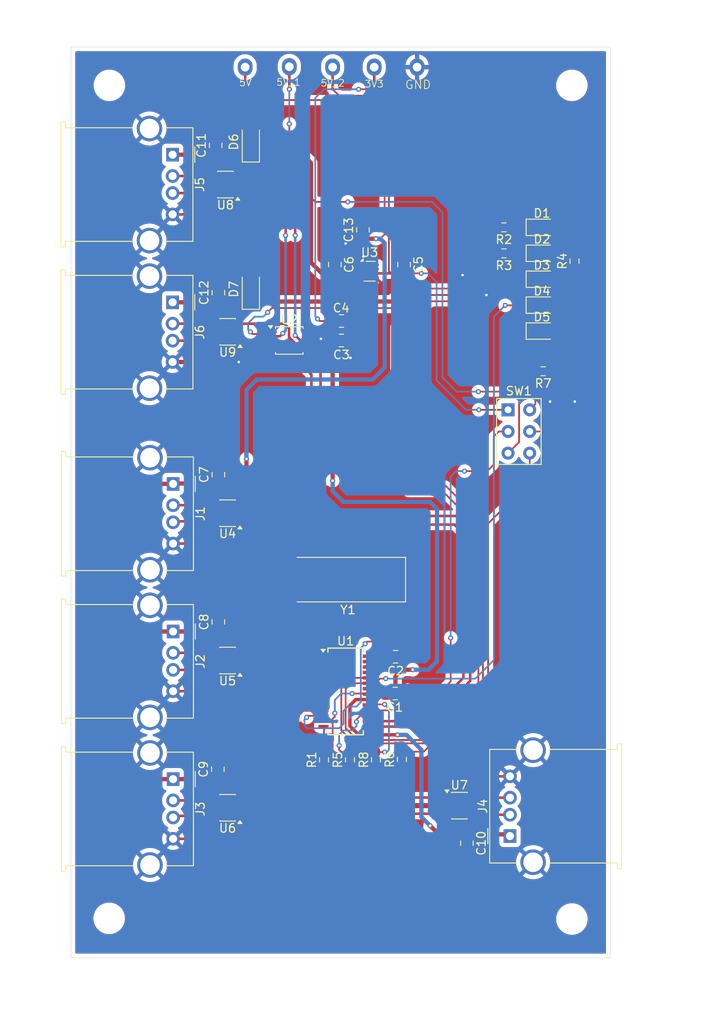
<source format=kicad_pcb>
(kicad_pcb (version 20241229) (generator "pcbnew") (generator_version "9.0")
  (layers (0 "F.Cu" signal) (2 "B.Cu" signal) (13 "F.Paste" user) (15 "B.Paste" user) (5 "F.SilkS" user "F.Silkscreen") (7 "B.SilkS" user "B.Silkscreen") (1 "F.Mask" user) (3 "B.Mask" user) (25 "Edge.Cuts" user))
  (net 0 "")
  (net 4 "GND")
  (net 5 "Net-(U1-XOUT)")
  (net 6 "Net-(U1-XIN)")
  (net 7 "/3.3V")
  (net 8 "Net-(U1-VD18)")
  (net 9 "/LED_DRV")
  (net 10 "Net-(D1-K)")
  (net 11 "Net-(D2-K)")
  (net 12 "Net-(D5-A)")
  (net 13 "/DP1")
  (net 14 "/DM1")
  (net 15 "/DM2")
  (net 16 "/DP2")
  (net 17 "/DM3")
  (net 18 "/DP3")
  (net 19 "/DP4")
  (net 20 "/DM4")
  (net 21 "/DMU")
  (net 22 "/DPU")
  (net 23 "/5V")
  (net 24 "Net-(U1-REXT)")
  (net 25 "/LED1")
  (net 26 "/LED2")
  (net 27 "/D1-")
  (net 28 "/D1+")
  (net 29 "/5V_1")
  (net 30 "/D2+")
  (net 31 "/D2-")
  (net 33 "/5V_2")
  (net 34 "Net-(R6-Pad2)")
  (net 35 "Net-(R7-Pad2)")
  (net 36 "/S_TS3USB")
  (net 37 "/VBUS")
  (net 38 "Net-(U1-~{XRSTJ})")
  (net 39 "Net-(U1-BUSJ)")
  (net 40 "Net-(J1-D+)")
  (net 41 "Net-(J1-D-)")
  (net 42 "Net-(J2-D-)")
  (net 43 "Net-(J2-D+)")
  (net 44 "Net-(J3-D+)")
  (net 45 "Net-(J3-D-)")
  (net 46 "Net-(J4-D+)")
  (net 47 "Net-(J4-D-)")
  (net 48 "Net-(J5-D-)")
  (net 49 "Net-(J5-D+)")
  (net 50 "Net-(J6-D+)")
  (net 51 "Net-(J6-D-)")
  (footprint "Capacitor_SMD:C_0805_2012Metric_Pad1.18x1.45mm_HandSolder" (layer "F.Cu") (at 58.4284 86.1393 90)
    (property "Reference" "C7")
    (property "Value" "1-4.7uF")
  )
  (footprint "Capacitor_SMD:C_0805_2012Metric_Pad1.18x1.45mm_HandSolder" (layer "F.Cu") (at 72.8687 68.1228 180)
    (property "Reference" "C4")
    (property "Value" "1uF")
  )
  (footprint "Capacitor_SMD:C_0805_2012Metric_Pad1.18x1.45mm_HandSolder" (layer "F.Cu") (at 80.2132 61.4973 -90)
    (property "Reference" "C5")
    (property "Value" "1uF")
  )
  (footprint "Package_TO_SOT_SMD:SOT-583-8" (layer "F.Cu") (at 76.1712 62.2848)
    (property "Reference" "U3")
    (property "Value" "TPS2116DRL")
  )
  (footprint "MountingHole:MountingHole_3.2mm_M3" (layer "F.Cu") (at 45.6226 138.1718)
    (property "Reference" "REF**" (hide yes))
    (property "Value" "MountingHole_3.2mm_M3")
  )
  (footprint "Package_TO_SOT_SMD:SOT-23-6" (layer "F.Cu") (at 59.2527 52.1208 180)
    (property "Reference" "U8")
    (property "Value" "USBLC6-2SC6")
  )
  (footprint "Package_SO:VSSOP-10_3x3mm_P0.5mm" (layer "F.Cu") (at 66.7512 70.4088)
    (property "Reference" "U2")
    (property "Value" "TS3USB30EDGSR")
  )
  (footprint "Package_SO:SSOP-28_3.9x9.9mm_P0.635mm" (layer "F.Cu") (at 73.3552 111.5568)
    (property "Reference" "U1")
    (property "Value" "FE1.1s")
  )
  (footprint "SOS:PIN_1_HEADER" (layer "F.Cu") (at 81.7372 38.354)
    (property "Reference" "REF**" (hide yes))
    (property "Value" "PIN_1_HEADER" (hide yes))
  )
  (footprint "Capacitor_SMD:C_0805_2012Metric_Pad1.18x1.45mm_HandSolder" (layer "F.Cu") (at 79.2187 107.4928 180)
    (property "Reference" "C2")
    (property "Value" "10uF")
  )
  (footprint "Connector_USB:USB_A_Molex_67643_Horizontal" (layer "F.Cu") (at 53.1204 121.8428 -90)
    (property "Reference" "J3")
    (property "Value" "USB_A")
  )
  (footprint "Capacitor_SMD:C_0805_2012Metric_Pad1.18x1.45mm_HandSolder" (layer "F.Cu") (at 58.3692 120.6833 90)
    (property "Reference" "C9")
    (property "Value" "1-4.7uF")
  )
  (footprint "Resistor_SMD:R_0603_1608Metric_Pad0.98x0.95mm_HandSolder" (layer "F.Cu") (at 73.8632 119.5813 90)
    (property "Reference" "R5")
    (property "Value" "10k")
  )
  (footprint "Capacitor_SMD:C_0805_2012Metric_Pad1.18x1.45mm_HandSolder" (layer "F.Cu") (at 58.1152 47.5313 90)
    (property "Reference" "C11")
    (property "Value" "1-4.7uF")
  )
  (footprint "Resistor_SMD:R_0603_1608Metric_Pad0.98x0.95mm_HandSolder" (layer "F.Cu") (at 79.9592 119.5343 90)
    (property "Reference" "R6")
    (property "Value" "10k")
  )
  (footprint "LED_SMD:LED_0805_2012Metric_Pad1.15x1.40mm_HandSolder" (layer "F.Cu") (at 96.384 60.1806)
    (property "Reference" "D2")
    (property "Value" "LED_P2")
  )
  (footprint "Capacitor_SMD:C_0805_2012Metric_Pad1.18x1.45mm_HandSolder" (layer "F.Cu") (at 58.4284 103.4113 90)
    (property "Reference" "C8")
    (property "Value" "1-4.7uF")
  )
  (footprint "Capacitor_SMD:C_0805_2012Metric_Pad1.18x1.45mm_HandSolder" (layer "F.Cu") (at 72.0852 61.4973 -90)
    (property "Reference" "C6")
    (property "Value" "1uF")
  )
  (footprint "Connector_USB:USB_A_Molex_67643_Horizontal" (layer "F.Cu") (at 53.1204 104.5328 -90)
    (property "Reference" "J2")
    (property "Value" "USB_A")
  )
  (footprint "Package_TO_SOT_SMD:SOT-23-6" (layer "F.Cu") (at 59.5067 125.2068 180)
    (property "Reference" "U6")
    (property "Value" "USBLC6-2SC6")
  )
  (footprint "LED_SMD:LED_0805_2012Metric_Pad1.15x1.40mm_HandSolder" (layer "F.Cu") (at 96.384 63.2206)
    (property "Reference" "D3")
    (property "Value" "LED_P3")
  )
  (footprint "Resistor_SMD:R_0603_1608Metric_Pad0.98x0.95mm_HandSolder" (layer "F.Cu") (at 70.8152 119.5813 90)
    (property "Reference" "R1")
    (property "Value" "2.7k")
  )
  (footprint "SOS:PIN_1_HEADER" (layer "F.Cu") (at 66.7512 38.3032)
    (property "Reference" "REF**" (hide yes))
    (property "Value" "PIN_1_HEADER" (hide yes))
  )
  (footprint "Package_TO_SOT_SMD:SOT-23-6" (layer "F.Cu") (at 86.6957 124.9528)
    (property "Reference" "U7")
    (property "Value" "USBLC6-2SC6")
  )
  (footprint "Connector_USB:USB_A_Molex_67643_Horizontal" (layer "F.Cu") (at 53.1204 87.2228 -90)
    (property "Reference" "J1")
    (property "Value" "USB_A")
  )
  (footprint "LED_SMD:LED_0805_2012Metric_Pad1.15x1.40mm_HandSolder" (layer "F.Cu") (at 96.384 69.3006)
    (property "Reference" "D5")
    (property "Value" "LED_HUB")
  )
  (footprint "Package_TO_SOT_SMD:SOT-23-6" (layer "F.Cu") (at 59.5177 69.3928 180)
    (property "Reference" "U9")
    (property "Value" "USBLC6-2SC6")
  )
  (footprint "MountingHole:MountingHole_3.2mm_M3" (layer "F.Cu") (at 45.648 40.4918)
    (property "Reference" "REF**" (hide yes))
    (property "Value" "MountingHole_3.2mm_M3")
  )
  (footprint "Connector_USB:USB_A_Molex_67643_Horizontal" (layer "F.Cu") (at 92.6332 128.5188 90)
    (property "Reference" "J4")
    (property "Value" "USB_A")
  )
  (footprint "Connector_USB:USB_A_Molex_67643_Horizontal" (layer "F.Cu") (at 53.0612 48.6208 -90)
    (property "Reference" "J5")
    (property "Value" "USB_A")
  )
  (footprint "Capacitor_SMD:C_0805_2012Metric_Pad1.18x1.45mm_HandSolder" (layer "F.Cu") (at 75.3872 57.4333 90)
    (property "Reference" "C13")
    (property "Value" "10uF")
  )
  (footprint "Button_Switch_THT:SW_NKK_G1xJP" (layer "F.Cu") (at 92.4052 78.5368)
    (property "Reference" "SW1")
    (property "Value" "SW_Push_DPDT")
  )
  (footprint "Resistor_SMD:R_0603_1608Metric_Pad0.98x0.95mm_HandSolder" (layer "F.Cu") (at 76.9112 119.5813 90)
    (property "Reference" "R8")
    (property "Value" "10k")
  )
  (footprint "Resistor_SMD:R_0603_1608Metric_Pad0.98x0.95mm_HandSolder" (layer "F.Cu") (at 96.5219 74.0156 180)
    (property "Reference" "R7")
    (property "Value" "10k")
  )
  (footprint "Connector_USB:USB_A_Molex_67643_Horizontal" (layer "F.Cu") (at 53.0612 65.9308 -90)
    (property "Reference" "J6")
    (property "Value" "USB_A")
  )
  (footprint "Package_TO_SOT_SMD:SOT-23-6" (layer "F.Cu") (at 59.5067 107.9348 180)
    (property "Reference" "U5")
    (property "Value" "USBLC6-2SC6")
  )
  (footprint "Crystal:Crystal_SMD_HC49-SD" (layer "F.Cu") (at 73.6264 98.4504 180)
    (property "Reference" "Y1")
    (property "Value" "Crystal")
  )
  (footprint "Resistor_SMD:R_0603_1608Metric_Pad0.98x0.95mm_HandSolder" (layer "F.Cu") (at 100.203 61.1011 90)
    (property "Reference" "R4")
    (property "Value" "470-680")
  )
  (footprint "SOS:PIN_1_HEADER" (layer "F.Cu") (at 76.708 38.354)
    (property "Reference" "REF**" (hide yes))
    (property "Value" "PIN_1_HEADER" (hide yes))
  )
  (footprint "MountingHole:MountingHole_3.2mm_M3" (layer "F.Cu") (at 99.894 138.248)
    (property "Reference" "REF**" (hide yes))
    (property "Value" "MountingHole_3.2mm_M3")
  )
  (footprint "Package_TO_SOT_SMD:SOT-23-6" (layer "F.Cu") (at 59.5067 90.6628 180)
    (property "Reference" "U4")
    (property "Value" "USBLC6-2SC6")
  )
  (footprint "Capacitor_SMD:C_0805_2012Metric_Pad1.18x1.45mm_HandSolder" (layer "F.Cu") (at 79.1757 111.8108 180)
    (property "Reference" "C1")
    (property "Value" "10uF")
  )
  (footprint "LED_SMD:LED_0805_2012Metric_Pad1.15x1.40mm_HandSolder" (layer "F.Cu") (at 96.384 66.2606)
    (property "Reference" "D4")
    (property "Value" "LED_P4")
  )
  (footprint "LED_SMD:LED_0805_2012Metric_Pad1.15x1.40mm_HandSolder" (layer "F.Cu") (at 96.384 57.1406)
    (property "Reference" "D1")
    (property "Value" "LED_P1")
  )
  (footprint "Resistor_SMD:R_0603_1608Metric_Pad0.98x0.95mm_HandSolder" (layer "F.Cu") (at 91.9245 57.1406 180)
    (property "Reference" "R2")
    (property "Value" "470-680")
  )
  (footprint "Resistor_SMD:R_0603_1608Metric_Pad0.98x0.95mm_HandSolder" (layer "F.Cu") (at 91.9245 60.1886 180)
    (property "Reference" "R3")
    (property "Value" "470-680")
  )
  (footprint "MountingHole:MountingHole_3.2mm_M3" (layer "F.Cu") (at 99.894 40.4918)
    (property "Reference" "REF**" (hide yes))
    (property "Value" "MountingHole_3.2mm_M3")
  )
  (footprint "SOS:PIN_1_HEADER" (layer "F.Cu") (at 71.8312 38.354)
    (property "Reference" "REF**" (hide yes))
    (property "Value" "PIN_1_HEADER" (hide yes))
  )
  (footprint "Diode_SMD:D_SMF" (layer "F.Cu") (at 62.2384 47.1188 90)
    (property "Reference" "D6")
    (property "Value" "SMF54A")
  )
  (footprint "SOS:PIN_1_HEADER" (layer "F.Cu") (at 61.5696 38.354)
    (property "Reference" "REF**" (hide yes))
    (property "Value" "PIN_1_HEADER" (hide yes))
  )
  (footprint "Capacitor_SMD:C_0805_2012Metric_Pad1.18x1.45mm_HandSolder" (layer "F.Cu") (at 72.8687 70.4088 180)
    (property "Reference" "C3")
    (property "Value" "0.1uF")
  )
  (footprint "Capacitor_SMD:C_0805_2012Metric_Pad1.18x1.45mm_HandSolder" (layer "F.Cu") (at 87.5792 129.3583 -90)
    (property "Reference" "C10")
    (property "Value" "1-4.7uF")
  )
  (footprint "Diode_SMD:D_SMF" (layer "F.Cu") (at 62.2384 64.3908 90)
    (property "Reference" "D7")
    (property "Value" "SMF54A")
  )
  (footprint "Capacitor_SMD:C_0805_2012Metric_Pad1.18x1.45mm_HandSolder" (layer "F.Cu") (at 58.4284 64.8033 90)
    (property "Reference" "C12")
    (property "Value" "1-4.7uF")
  )
  (gr_rect (start 41.146 35.9848) (end 104.396 142.7988) (stroke (width 0.05)) (fill no) (layer "Edge.Cuts"))
  (segment (start 77.216 63.3396) (end 77.216 63.3476) (width 0.3) (layer "F.Cu") (net 4))
  (segment (start 86.231378 124.9528) (end 86.6648 124.519378) (width 0.3) (layer "F.Cu") (net 4))
  (segment (start 59.2836 52.4764) (end 59.2836 53.7464) (width 0.3) (layer "F.Cu") (net 4))
  (segment (start 75.4312 63.0348) (end 75.3952 63.0348) (width 0.3) (layer "F.Cu") (net 4))
  (segment (start 76.9112 63.0428) (end 76.6064 63.3476) (width 0.3) (layer "F.Cu") (net 4))
  (segment (start 86.6648 124.519378) (end 86.6648 123.5964) (width 0.3) (layer "F.Cu") (net 4))
  (segment (start 75.4312 61.5348) (end 75.4312 61.0176) (width 0.3) (layer "F.Cu") (net 4))
  (segment (start 75.4312 63.0348) (end 76.9112 63.0348) (width 0.3) (layer "F.Cu") (net 4))
  (segment (start 57.466 94.2228) (end 53.1204 94.2228) (width 0.3) (layer "F.Cu") (net 4))
  (segment (start 70.1628 69.9088) (end 70.4596 70.2056) (width 0.3) (layer "F.Cu") (net 4))
  (segment (start 59.2836 53.7464) (end 57.4092 55.6208) (width 0.3) (layer "F.Cu") (net 4))
  (segment (start 90.368 121.5188) (end 92.6332 121.5188) (width 0.3) (layer "F.Cu") (net 4))
  (segment (start 60.6552 69.3928) (end 59.7916 69.3928) (width 0.3) (layer "F.Cu") (net 4))
  (segment (start 85.5582 124.9528) (end 86.231378 124.9528) (width 0.3) (layer "F.Cu") (net 4))
  (segment (start 59.9084 125.2068) (end 59.5376 125.5776) (width 0.3) (layer "F.Cu") (net 4))
  (segment (start 60.6442 107.9348) (end 60.01 107.9348) (width 0.3) (layer "F.Cu") (net 4))
  (segment (start 73.914 70.4166) (end 73.9062 70.4088) (width 0.5) (layer "F.Cu") (net 4))
  (segment (start 64.5512 71.4088) (end 62.335599 71.4088) (width 0.3) (layer "F.Cu") (net 4))
  (segment (start 87.4776 122.7836) (end 89.1032 122.7836) (width 0.3) (layer "F.Cu") (net 4))
  (segment (start 59.5376 71.654801) (end 60.813599 72.9308) (width 0.3) (layer "F.Cu") (net 4))
  (segment (start 72.0852 59.2328) (end 72.0852 60.4598) (width 0.3) (layer "F.Cu") (net 4))
  (segment (start 59.5376 69.6468) (end 59.5376 71.654801) (width 0.3) (layer "F.Cu") (net 4))
  (segment (start 68.9512 69.9088) (end 70.1628 69.9088) (width 0.3) (layer "F.Cu") (net 4))
  (segment (start 73.914 72.4408) (end 73.914 70.4166) (width 0.5) (layer "F.Cu") (net 4))
  (segment (start 60.3902 52.1208) (end 59.6392 52.1208) (width 0.3) (layer "F.Cu") (net 4))
  (segment (start 62.335599 71.4088) (end 60.813599 72.9308) (width 0.3) (layer "F.Cu") (net 4))
  (segment (start 59.4868 109.6772) (end 57.6312 111.5328) (width 0.3) (layer "F.Cu") (net 4))
  (segment (start 57.6312 111.5328) (end 53.1204 111.5328) (width 0.3) (layer "F.Cu") (net 4))
  (segment (start 75.3952 63.0348) (end 75.0824 63.3476) (width 0.3) (layer "F.Cu") (net 4))
  (segment (start 75.4312 63.036) (end 75.7936 63.3984) (width 0.3) (layer "F.Cu") (net 4))
  (segment (start 60.6442 90.6628) (end 59.8576 90.6628) (width 0.3) (layer "F.Cu") (net 4))
  (segment (start 59.6392 52.1208) (end 59.2836 52.4764) (width 0.3) (layer "F.Cu") (net 4))
  (segment (start 59.4868 91.0336) (end 59.4868 92.202) (width 0.3) (layer "F.Cu") (net 4))
  (segment (start 75.4312 61.0176) (end 75.438 61.0108) (width 0.3) (layer "F.Cu") (net 4))
  (segment (start 89.1032 122.7836) (end 90.368 121.5188) (width 0.3) (layer "F.Cu") (net 4))
  (segment (start 60.01 107.9348) (end 59.4868 108.458) (width 0.3) (layer "F.Cu") (net 4))
  (segment (start 60.6442 125.2068) (end 59.9084 125.2068) (width 0.3) (layer "F.Cu") (net 4))
  (segment (start 76.9112 63.0348) (end 76.9112 63.0428) (width 0.3) (layer "F.Cu") (net 4))
  (segment (start 53.0612 72.9308) (end 60.813599 72.9308) (width 0.5) (layer "F.Cu") (net 4))
  (segment (start 57.4092 55.6208) (end 53.0612 55.6208) (width 0.3) (layer "F.Cu") (net 4))
  (segment (start 59.5376 125.5776) (end 59.5376 126.5936) (width 0.3) (layer "F.Cu") (net 4))
  (segment (start 76.9112 63.0348) (end 77.216 63.3396) (width 0.3) (layer "F.Cu") (net 4))
  (segment (start 75.4312 63.0348) (end 75.4312 63.036) (width 0.3) (layer "F.Cu") (net 4))
  (segment (start 57.2884 128.8428) (end 53.1204 128.8428) (width 0.3) (layer "F.Cu") (net 4))
  (segment (start 86.6648 123.5964) (end 87.4776 122.7836) (width 0.3) (layer "F.Cu") (net 4))
  (segment (start 59.4868 92.202) (end 57.466 94.2228) (width 0.3) (layer "F.Cu") (net 4))
  (segment (start 75.438 61.0108) (end 75.438 60.5536) (width 0.3) (layer "F.Cu") (net 4))
  (segment (start 59.7916 69.3928) (end 59.5376 69.6468) (width 0.3) (layer "F.Cu") (net 4))
  (segment (start 59.8576 90.6628) (end 59.4868 91.0336) (width 0.3) (layer "F.Cu") (net 4))
  (segment (start 72.2884 59.0296) (end 72.0852 59.2328) (width 0.3) (layer "F.Cu") (net 4))
  (segment (start 59.5376 126.5936) (end 57.2884 128.8428) (width 0.3) (layer "F.Cu") (net 4))
  (segment (start 73.3552 59.0296) (end 72.2884 59.0296) (width 0.3) (layer "F.Cu") (net 4))
  (segment (start 59.4868 108.458) (end 59.4868 109.6772) (width 0.3) (layer "F.Cu") (net 4))
  (segment (start 60.813599 72.9308) (end 60.814654 72.929745) (width 0.5) (layer "F.Cu") (net 4))
  (via (at 73.914 72.4408) (size 0.6) (drill 0.3) (layers "F.Cu" "B.Cu") (net 4))
  (via (at 70.4596 70.2056) (size 0.6) (drill 0.3) (layers "F.Cu" "B.Cu") (net 4))
  (via (at 100.2284 77.5716) (size 0.6) (drill 0.3) (layers "F.Cu" "B.Cu") (net 4))
  (via (at 87.0712 62.738) (size 0.6) (drill 0.3) (layers "F.Cu" "B.Cu") (net 4))
  (via (at 73.3552 59.0296) (size 0.6) (drill 0.3) (layers "F.Cu" "B.Cu") (net 4))
  (via (at 89.8652 65.0748) (size 0.6) (drill 0.3) (layers "F.Cu" "B.Cu") (net 4))
  (via (at 97.3328 77.5716) (size 0.6) (drill 0.3) (layers "F.Cu" "B.Cu") (net 4))
  (via (at 60.813599 72.9308) (size 0.6) (drill 0.3) (layers "F.Cu" "B.Cu") (net 4))
  (via (at 75.438 60.5536) (size 0.6) (drill 0.3) (layers "F.Cu" "B.Cu") (net 4))
  (segment (start 70.4596 70.2056) (end 70.4596 71.6608) (width 0.3) (layer "B.Cu") (net 4))
  (segment (start 97.3328 77.5716) (end 100.2284 77.5716) (width 0.5) (layer "B.Cu") (net 4))
  (segment (start 75.1332 59.8932) (end 75.0824 59.8932) (width 0.3) (layer "B.Cu") (net 4))
  (segment (start 74.2188 59.8932) (end 73.3552 59.0296) (width 0.3) (layer "B.Cu") (net 4))
  (segment (start 89.408 65.0748) (end 87.0712 62.738) (width 0.5) (layer "B.Cu") (net 4))
  (segment (start 89.8652 65.0748) (end 89.408 65.0748) (width 0.5) (layer "B.Cu") (net 4))
  (segment (start 73.424 72.9308) (end 73.914 72.4408) (width 0.5) (layer "B.Cu") (net 4))
  (segment (start 75.438 60.198) (end 75.1332 59.8932) (width 0.3) (layer "B.Cu") (net 4))
  (segment (start 75.0824 59.8932) (end 74.2188 59.8932) (width 0.3) (layer "B.Cu") (net 4))
  (segment (start 60.813599 72.9308) (end 69.1896 72.9308) (width 0.5) (layer "B.Cu") (net 4))
  (segment (start 69.1896 72.9308) (end 73.424 72.9308) (width 0.5) (layer "B.Cu") (net 4))
  (segment (start 75.438 60.5536) (end 75.438 60.198) (width 0.3) (layer "B.Cu") (net 4))
  (segment (start 70.4596 71.6608) (end 69.1896 72.9308) (width 0.3) (layer "B.Cu") (net 4))
  (segment (start 72.2122 104.0892) (end 69.3764 101.2534) (width 0.3) (layer "F.Cu") (net 5))
  (segment (start 69.3764 101.2534) (end 69.3764 98.4504) (width 0.3) (layer "F.Cu") (net 5))
  (segment (start 71.4629 108.0643) (end 72.2122 107.315) (width 0.3) (layer "F.Cu") (net 5))
  (segment (start 72.2122 107.315) (end 72.2122 104.0892) (width 0.3) (layer "F.Cu") (net 5))
  (segment (start 70.7552 108.0643) (end 71.4629 108.0643) (width 0.3) (layer "F.Cu") (net 5))
  (segment (start 77.8764 101.2698) (end 77.8764 98.4504) (width 0.3) (layer "F.Cu") (net 6))
  (segment (start 73.2663 108.6993) (end 74.2442 107.7214) (width 0.3) (layer "F.Cu") (net 6))
  (segment (start 70.7552 108.6993) (end 73.2663 108.6993) (width 0.3) (layer "F.Cu") (net 6))
  (segment (start 74.2442 107.7214) (end 74.2442 104.902) (width 0.3) (layer "F.Cu") (net 6))
  (segment (start 74.2442 104.902) (end 77.8764 101.2698) (width 0.3) (layer "F.Cu") (net 6))
  (segment (start 71.8312 68.5038) (end 70.8787 69.4563) (width 0.5) (layer "F.Cu") (net 7))
  (segment (start 71.8312 68.1228) (end 70.3072 68.1228) (width 0.2) (layer "F.Cu") (net 7))
  (segment (start 79.9846 109.0168) (end 81.2292 109.0168) (width 0.5) (layer "F.Cu") (net 7))
  (segment (start 79.1972 110.7518) (end 79.1972 109.8042) (width 0.5) (layer "F.Cu") (net 7))
  (segment (start 76.6572 40.1828) (end 76.708 40.132) (width 0.3) (layer "F.Cu") (net 7))
  (segment (start 79.7052 120.4468) (end 79.6582 120.4938) (width 0.2) (layer "F.Cu") (net 7))
  (segment (start 79.9592 120.4468) (end 79.7052 120.4468) (width 0.2) (layer "F.Cu") (net 7))
  (segment (start 75.8952 40.9448) (end 76.6572 40.1828) (width 0.2) (layer "F.Cu") (net 7))
  (segment (start 74.8792 40.9448) (end 75.8952 40.9448) (width 0.2) (layer "F.Cu") (net 7))
  (segment (start 76.9112 120.4938) (end 73.8632 120.4938) (width 0.2) (layer "F.Cu") (net 7))
  (segment (start 70.8312 69.4088) (end 70.8787 69.4563) (width 0.3) (layer "F.Cu") (net 7))
  (segment (start 71.8312 68.1228) (end 71.8312 68.5038) (width 0.5) (layer "F.Cu") (net 7))
  (segment (start 71.8312 86.8426) (end 71.8312 70.4088) (width 0.5) (layer "F.Cu") (net 7))
  (segment (start 79.9846 109.0168) (end 79.1972 109.8042) (width 0.5) (layer "F.Cu") (net 7))
  (segment (start 70.3072 68.1228) (end 70.0532 67.8688) (width 0.2) (layer "F.Cu") (net 7))
  (segment (start 71.8312 115.3253) (end 71.5552 115.0493) (width 0.2) (layer "F.Cu") (net 7))
  (segment (start 78.1382 111.8108) (end 79.1972 110.7518) (width 0.5) (layer "F.Cu") (net 7))
  (segment (start 72.3862 120.4938) (end 71.8312 119.9388) (width 0.2) (layer "F.Cu") (net 7))
  (segment (start 71.5552 115.0493) (end 72.0852 114.5193) (width 0.2) (layer "F.Cu") (net 7))
  (segment (start 71.5552 115.0493) (end 70.7552 115.0493) (width 0.2) (layer "F.Cu") (net 7))
  (segment (start 79.6582 120.4938) (end 76.9112 120.4938) (width 0.2) (layer "F.Cu") (net 7))
  (segment (start 76.708 40.132) (end 76.708 38.354) (width 0.3) (layer "F.Cu") (net 7))
  (segment (start 75.8917 111.8108) (end 75.9552 111.8743) (width 0.2) (layer "F.Cu") (net 7))
  (segment (start 73.8632 120.4938) (end 72.3862 120.4938) (width 0.2) (layer "F.Cu") (net 7))
  (segment (start 71.8312 68.4088) (end 70.8312 69.4088) (width 0.2) (layer "F.Cu") (net 7))
  (segment (start 75.9552 111.8743) (end 78.0747 111.8743) (width 0.4) (layer "F.Cu") (net 7))
  (segment (start 72.0852 114.5193) (end 72.0852 114.0968) (width 0.2) (layer "F.Cu") (net 7))
  (segment (start 71.8312 70.4088) (end 70.8787 69.4563) (width 0.5) (layer "F.Cu") (net 7))
  (segment (start 71.8312 68.1228) (end 71.8312 68.4088) (width 0.2) (layer "F.Cu") (net 7))
  (segment (start 78.0747 111.8743) (end 78.1382 111.8108) (width 0.4) (layer "F.Cu") (net 7))
  (segment (start 71.8312 119.9388) (end 71.8312 115.3253) (width 0.2) (layer "F.Cu") (net 7))
  (segment (start 68.9512 69.4088) (end 70.8312 69.4088) (width 0.3) (layer "F.Cu") (net 7))
  (segment (start 74.1172 111.8108) (end 75.8917 111.8108) (width 0.2) (layer "F.Cu") (net 7))
  (via (at 72.0852 114.0968) (size 0.6) (drill 0.3) (layers "F.Cu" "B.Cu") (net 7))
  (via (at 71.8312 86.8426) (size 0.6) (drill 0.3) (layers "F.Cu" "B.Cu") (net 7))
  (via (at 74.1172 111.8108) (size 0.6) (drill 0.3) (layers "F.Cu" "B.Cu") (net 7))
  (via (at 81.2292 109.0168) (size 0.6) (drill 0.3) (layers "F.Cu" "B.Cu") (net 7))
  (via (at 74.8792 40.9448) (size 0.6) (drill 0.3) (layers "F.Cu" "B.Cu") (net 7))
  (via (at 70.0532 67.8688) (size 0.6) (drill 0.3) (layers "F.Cu" "B.Cu") (net 7))
  (segment (start 73.1012 89.3318) (end 71.8312 88.0618) (width 0.5) (layer "B.Cu") (net 7))
  (segment (start 81.2292 109.0168) (end 83.0834 109.0168) (width 0.5) (layer "B.Cu") (net 7))
  (segment (start 83.0834 109.0168) (end 84.074 108.0262) (width 0.5) (layer "B.Cu") (net 7))
  (segment (start 84.074 108.0262) (end 84.074 90.17) (width 0.5) (layer "B.Cu") (net 7))
  (segment (start 72.0852 112.5728) (end 72.8472 111.8108) (width 0.2) (layer "B.Cu") (net 7))
  (segment (start 83.2358 89.3318) (end 73.1012 89.3318) (width 0.5) (layer "B.Cu") (net 7))
  (segment (start 84.074 90.17) (end 83.2358 89.3318) (width 0.5) (layer "B.Cu") (net 7))
  (segment (start 69.7992 67.6148) (end 70.0532 67.8688) (width 0.2) (layer "B.Cu") (net 7))
  (segment (start 69.7992 41.9608) (end 69.7992 67.6148) (width 0.2) (layer "B.Cu") (net 7))
  (segment (start 71.8312 88.0618) (end 71.8312 86.8426) (width 0.5) (layer "B.Cu") (net 7))
  (segment (start 72.0852 112.8268) (end 72.0852 112.5728) (width 0.2) (layer "B.Cu") (net 7))
  (segment (start 72.8472 111.8108) (end 74.1172 111.8108) (width 0.2) (layer "B.Cu") (net 7))
  (segment (start 74.8792 40.9448) (end 70.8152 40.9448) (width 0.2) (layer "B.Cu") (net 7))
  (segment (start 72.0852 114.0968) (end 72.0852 112.8268) (width 0.2) (layer "B.Cu") (net 7))
  (segment (start 70.8152 40.9448) (end 69.7992 41.9608) (width 0.2) (layer "B.Cu") (net 7))
  (segment (start 75.6412 105.9688) (end 75.8952 105.7148) (width 0.2) (layer "F.Cu") (net 8))
  (segment (start 68.9737 114.4143) (end 68.7832 114.6048) (width 0.2) (layer "F.Cu") (net 8))
  (segment (start 77.6732 105.7148) (end 78.1812 106.2228) (width 0.2) (layer "F.Cu") (net 8))
  (segment (start 75.8952 105.7148) (end 77.6732 105.7148) (width 0.2) (layer "F.Cu") (net 8))
  (segment (start 75.9552 107.4293) (end 78.1177 107.4293) (width 0.2) (layer "F.Cu") (net 8))
  (segment (start 70.7552 114.4143) (end 68.9737 114.4143) (width 0.2) (layer "F.Cu") (net 8))
  (segment (start 78.1812 106.2228) (end 78.1812 107.4928) (width 0.2) (layer "F.Cu") (net 8))
  (segment (start 78.1177 107.4293) (end 78.1812 107.4928) (width 0.2) (layer "F.Cu") (net 8))
  (via (at 68.7832 114.6048) (size 0.6) (drill 0.3) (layers "F.Cu" "B.Cu") (net 8))
  (via (at 75.6412 105.9688) (size 0.6) (drill 0.3) (layers "F.Cu" "B.Cu") (net 8))
  (segment (start 74.6252 113.3348) (end 73.6092 113.3348) (width 0.2) (layer "B.Cu") (net 8))
  (segment (start 72.5932 115.8748) (end 68.7832 115.8748) (width 0.2) (layer "B.Cu") (net 8))
  (segment (start 73.6092 113.3348) (end 73.1012 113.8428) (width 0.2) (layer "B.Cu") (net 8))
  (segment (start 68.5292 115.6208) (end 68.5292 114.8588) (width 0.2) (layer "B.Cu") (net 8))
  (segment (start 68.5292 114.8588) (end 68.7832 114.6048) (width 0.2) (layer "B.Cu") (net 8))
  (segment (start 73.1012 113.8428) (end 73.1012 115.3668) (width 0.2) (layer "B.Cu") (net 8))
  (segment (start 75.6412 105.9688) (end 75.1332 106.4768) (width 0.2) (layer "B.Cu") (net 8))
  (segment (start 68.7832 115.8748) (end 68.5292 115.6208) (width 0.2) (layer "B.Cu") (net 8))
  (segment (start 75.1332 106.4768) (end 75.1332 112.8268) (width 0.2) (layer "B.Cu") (net 8))
  (segment (start 75.1332 112.8268) (end 74.6252 113.3348) (width 0.2) (layer "B.Cu") (net 8))
  (segment (start 73.1012 115.3668) (end 72.5932 115.8748) (width 0.2) (layer "B.Cu") (net 8))
  (segment (start 99.941 60.1806) (end 97.409 60.1806) (width 0.2) (layer "F.Cu") (net 9))
  (segment (start 95.359 63.2206) (end 95.359 66.2606) (width 0.2) (layer "F.Cu") (net 9))
  (segment (start 95.8596 67.9196) (end 95.359 67.419) (width 0.3) (layer "F.Cu") (net 9))
  (segment (start 99.0092 67.1068) (end 98.1964 67.9196) (width 0.3) (layer "F.Cu") (net 9))
  (segment (start 95.359 67.419) (end 95.359 66.2606) (width 0.3) (layer "F.Cu") (net 9))
  (segment (start 76.7715 111.2393) (end 76.962 111.0488) (width 0.2) (layer "F.Cu") (net 9))
  (segment (start 95.335 66.2846) (end 95.359 66.2606) (width 0.2) (layer "F.Cu") (net 9))
  (segment (start 99.949 60.1886) (end 99.941 60.1806) (width 0.2) (layer "F.Cu") (net 9))
  (segment (start 77.0382 110.9726) (end 77.0382 110.4138) (width 0.2) (layer "F.Cu") (net 9))
  (segment (start 97.409 60.1806) (end 97.409 60.2742) (width 0.3) (layer "F.Cu") (net 9))
  (segment (start 97.409 57.1406) (end 97.409 60.1806) (width 0.2) (layer "F.Cu") (net 9))
  (segment (start 75.9552 111.2393) (end 76.7715 111.2393) (width 0.2) (layer "F.Cu") (net 9))
  (segment (start 92.075 66.2846) (end 95.335 66.2846) (width 0.2) (layer "F.Cu") (net 9))
  (segment (start 76.962 111.0488) (end 77.0382 110.9726) (width 0.2) (layer "F.Cu") (net 9))
  (segment (start 100.203 60.1886) (end 99.949 60.1886) (width 0.2) (layer "F.Cu") (net 9))
  (segment (start 97.409 60.2742) (end 99.0092 61.8744) (width 0.3) (layer "F.Cu") (net 9))
  (segment (start 98.1964 67.9196) (end 95.8596 67.9196) (width 0.3) (layer "F.Cu") (net 9))
  (segment (start 77.3938 110.0582) (end 78.0542 110.0582) (width 0.2) (layer "F.Cu") (net 9))
  (segment (start 99.0092 61.8744) (end 99.0092 67.1068) (width 0.3) (layer "F.Cu") (net 9))
  (segment (start 77.0382 110.4138) (end 77.3938 110.0582) (width 0.2) (layer "F.Cu") (net 9))
  (via (at 78.0542 110.0582) (size 0.6) (drill 0.3) (layers "F.Cu" "B.Cu") (net 9))
  (via (at 92.075 66.2846) (size 0.6) (drill 0.3) (layers "F.Cu" "B.Cu") (net 9))
  (segment (start 78.0542 110.0582) (end 88.5698 110.0582) (width 0.2) (layer "B.Cu") (net 9))
  (segment (start 88.5698 110.0582) (end 90.7542 107.8738) (width 0.2) (layer "B.Cu") (net 9))
  (segment (start 90.7542 107.8738) (end 90.7542 67.6054) (width 0.2) (layer "B.Cu") (net 9))
  (segment (start 90.7542 67.6054) (end 92.075 66.2846) (width 0.2) (layer "B.Cu") (net 9))
  (segment (start 92.837 57.1406) (end 95.359 57.1406) (width 0.2) (layer "F.Cu") (net 10))
  (segment (start 95.359 57.1406) (end 96.393 58.1746) (width 0.2) (layer "F.Cu") (net 10))
  (segment (start 96.393 58.1746) (end 96.393 61.087) (width 0.2) (layer "F.Cu") (net 10))
  (segment (start 97.4344 63.1952) (end 97.409 63.2206) (width 0.2) (layer "F.Cu") (net 10))
  (segment (start 97.4344 62.1284) (end 97.4344 63.1952) (width 0.2) (layer "F.Cu") (net 10))
  (segment (start 96.393 61.087) (end 97.4344 62.1284) (width 0.2) (layer "F.Cu") (net 10))
  (segment (start 95.359 60.1806) (end 92.845 60.1806) (width 0.2) (layer "F.Cu") (net 11))
  (segment (start 96.3676 65.2192) (end 97.409 66.2606) (width 0.3) (layer "F.Cu") (net 11))
  (segment (start 96.3676 62.0776) (end 96.3676 65.2192) (width 0.3) (layer "F.Cu") (net 11))
  (segment (start 95.359 60.1806) (end 95.359 61.069) (width 0.3) (layer "F.Cu") (net 11))
  (segment (start 92.845 60.1806) (end 92.837 60.1886) (width 0.2) (layer "F.Cu") (net 11))
  (segment (start 95.359 61.069) (end 96.3676 62.0776) (width 0.3) (layer "F.Cu") (net 11))
  (segment (start 100.203 68.3166) (end 99.219 69.3006) (width 0.2) (layer "F.Cu") (net 12))
  (segment (start 99.219 69.3006) (end 97.409 69.3006) (width 0.2) (layer "F.Cu") (net 12))
  (segment (start 100.203 62.0136) (end 100.203 68.3166) (width 0.2) (layer "F.Cu") (net 12))
  (segment (start 68.3895 113.7793) (end 70.7552 113.7793) (width 0.3) (layer "F.Cu") (net 13))
  (segment (start 67.7672 124.0028) (end 67.0052 123.2408) (width 0.3) (layer "F.Cu") (net 13))
  (segment (start 67.0052 115.1636) (end 68.3895 113.7793) (width 0.3) (layer "F.Cu") (net 13))
  (segment (start 67.0052 123.2408) (end 67.0052 115.1636) (width 0.3) (layer "F.Cu") (net 13))
  (segment (start 85.5582 124.0028) (end 67.7672 124.0028) (width 0.3) (layer "F.Cu") (net 13))
  (segment (start 67.3812 125.9028) (end 85.5582 125.9028) (width 0.3) (layer "F.Cu") (net 14))
  (segment (start 66.2432 114.3508) (end 66.2432 124.7648) (width 0.3) (layer "F.Cu") (net 14))
  (segment (start 67.4497 113.1443) (end 66.2432 114.3508) (width 0.3) (layer "F.Cu") (net 14))
  (segment (start 70.7552 113.1443) (end 67.4497 113.1443) (width 0.3) (layer "F.Cu") (net 14))
  (segment (start 66.2432 124.7648) (end 67.3812 125.9028) (width 0.3) (layer "F.Cu") (net 14))
  (segment (start 70.7552 111.8743) (end 66.1797 111.8743) (width 0.3) (layer "F.Cu") (net 15))
  (segment (start 66.1797 111.8743) (end 64.4652 113.5888) (width 0.3) (layer "F.Cu") (net 15))
  (segment (start 64.4652 113.5888) (end 64.4652 123.2408) (width 0.3) (layer "F.Cu") (net 15))
  (segment (start 63.4492 124.2568) (end 60.6442 124.2568) (width 0.3) (layer "F.Cu") (net 15))
  (segment (start 64.4652 123.2408) (end 63.4492 124.2568) (width 0.3) (layer "F.Cu") (net 15))
  (segment (start 65.2272 113.8428) (end 66.5607 112.5093) (width 0.3) (layer "F.Cu") (net 16))
  (segment (start 65.2272 124.6124) (end 65.2272 113.8428) (width 0.3) (layer "F.Cu") (net 16))
  (segment (start 66.5607 112.5093) (end 70.7552 112.5093) (width 0.3) (layer "F.Cu") (net 16))
  (segment (start 60.6442 126.1568) (end 63.6828 126.1568) (width 0.3) (layer "F.Cu") (net 16))
  (segment (start 63.6828 126.1568) (end 65.2272 124.6124) (width 0.3) (layer "F.Cu") (net 16))
  (segment (start 66.3956 110.6043) (end 70.7552 110.6043) (width 0.3) (layer "F.Cu") (net 17))
  (segment (start 60.6442 106.9848) (end 62.7761 106.9848) (width 0.3) (layer "F.Cu") (net 17))
  (segment (start 62.7761 106.9848) (end 66.3956 110.6043) (width 0.3) (layer "F.Cu") (net 17))
  (segment (start 70.7552 111.2393) (end 65.5751 111.2393) (width 0.3) (layer "F.Cu") (net 18))
  (segment (start 63.2206 108.8848) (end 60.6442 108.8848) (width 0.3) (layer "F.Cu") (net 18))
  (segment (start 65.5751 111.2393) (end 63.2206 108.8848) (width 0.3) (layer "F.Cu") (net 18))
  (segment (start 70.7552 109.9693) (end 67.4497 109.9693) (width 0.3) (layer "F.Cu") (net 19))
  (segment (start 62.1284 92.075) (end 61.6662 91.6128) (width 0.3) (layer "F.Cu") (net 19))
  (segment (start 62.1284 104.648) (end 62.1284 92.075) (width 0.3) (layer "F.Cu") (net 19))
  (segment (start 61.6662 91.6128) (end 60.6442 91.6128) (width 0.3) (layer "F.Cu") (net 19))
  (segment (start 67.4497 109.9693) (end 62.1284 104.648) (width 0.3) (layer "F.Cu") (net 19))
  (segment (start 68.3387 109.3343) (end 70.7552 109.3343) (width 0.3) (layer "F.Cu") (net 20))
  (segment (start 63.246 104.2416) (end 68.3387 109.3343) (width 0.3) (layer "F.Cu") (net 20))
  (segment (start 61.5696 89.7128) (end 63.246 91.3892) (width 0.3) (layer "F.Cu") (net 20))
  (segment (start 60.6442 89.7128) (end 61.5696 89.7128) (width 0.3) (layer "F.Cu") (net 20))
  (segment (start 63.246 91.3892) (end 63.246 104.2416) (width 0.3) (layer "F.Cu") (net 20))
  (segment (start 86.4108 90.9828) (end 71.5772 90.9828) (width 0.3) (layer "F.Cu") (net 21))
  (segment (start 82.6135 115.6843) (end 87.9602 110.3376) (width 0.3) (layer "F.Cu") (net 21))
  (segment (start 71.5772 90.9828) (end 70.4088 89.8144) (width 0.3) (layer "F.Cu") (net 21))
  (segment (start 87.9602 110.3376) (end 87.9602 92.5322) (width 0.3) (layer "F.Cu") (net 21))
  (segment (start 87.9602 92.5322) (end 86.4108 90.9828) (width 0.3) (layer "F.Cu") (net 21))
  (segment (start 70.4088 89.8144) (end 70.4088 72.1106) (width 0.3) (layer "F.Cu") (net 21))
  (segment (start 75.9552 115.6843) (end 82.6135 115.6843) (width 0.3) (layer "F.Cu") (net 21))
  (segment (start 69.707 71.4088) (end 68.9512 71.4088) (width 0.3) (layer "F.Cu") (net 21))
  (segment (start 70.4088 72.1106) (end 69.707 71.4088) (width 0.3) (layer "F.Cu") (net 21))
  (segment (start 71.0438 91.9988) (end 86.1314 91.9988) (width 0.3) (layer "F.Cu") (net 22))
  (segment (start 87.1728 93.0402) (end 87.1728 109.9566) (width 0.3) (layer "F.Cu") (net 22))
  (segment (start 87.1728 109.9566) (end 82.0801 115.0493) (width 0.3) (layer "F.Cu") (net 22))
  (segment (start 65.8288 70.9088) (end 69.342 74.422) (width 0.3) (layer "F.Cu") (net 22))
  (segment (start 69.342 90.297) (end 71.0438 91.9988) (width 0.3) (layer "F.Cu") (net 22))
  (segment (start 82.0801 115.0493) (end 75.9552 115.0493) (width 0.3) (layer "F.Cu") (net 22))
  (segment (start 64.5512 70.9088) (end 65.8288 70.9088) (width 0.3) (layer "F.Cu") (net 22))
  (segment (start 86.1314 91.9988) (end 87.1728 93.0402) (width 0.3) (layer "F.Cu") (net 22))
  (segment (start 69.342 74.422) (end 69.342 90.297) (width 0.3) (layer "F.Cu") (net 22))
  (segment (start 46.6852 103.1748) (end 48.0432 104.5328) (width 0.5) (layer "F.Cu") (net 23))
  (segment (start 59.5122 124.726299) (end 59.031699 125.2068) (width 0.3) (layer "F.Cu") (net 23))
  (segment (start 74.1172 61.2648) (end 74.1172 59.7408) (width 0.3) (layer "F.Cu") (net 23))
  (segment (start 77.9272 43.2308) (end 76.9112 42.2148) (width 0.2) (layer "F.Cu") (net 23))
  (segment (start 86.6902 127.4318) (end 87.5792 128.3208) (width 0.2) (layer "F.Cu") (net 23))
  (segment (start 61.722 86.106) (end 60.6512 87.1768) (width 0.5) (layer "F.Cu") (net 23))
  (segment (start 53.1664 87.1768) (end 53.1204 87.2228) (width 0.5) (layer "F.Cu") (net 23))
  (segment (start 75.4312 62.0348) (end 74.8872 62.0348) (width 0.3) (layer "F.Cu") (net 23))
  (segment (start 59.0956 90.6628) (end 58.3692 90.6628) (width 0.3) (layer "F.Cu") (net 23))
  (segment (start 86.6902 127.4318) (end 86.6902 125.3998) (width 0.3) (layer "F.Cu") (net 23))
  (segment (start 77.4192 58.4708) (end 77.9272 57.9628) (width 0.2) (layer "F.Cu") (net 23))
  (segment (start 76.9112 62.0348) (end 75.4312 62.0348) (width 0.2) (layer "F.Cu") (net 23))
  (segment (start 48.3352 121.8428) (end 46.6852 123.4928) (width 0.5) (layer "F.Cu") (net 23))
  (segment (start 59.4868 105.5072) (end 59.4868 107.479699) (width 0.3) (layer "F.Cu") (net 23))
  (segment (start 61.722 84.3026) (end 61.722 86.106) (width 0.5) (layer "F.Cu") (net 23))
  (segment (start 46.6852 105.8908) (end 46.6852 120.1928) (width 0.5) (layer "F.Cu") (net 23))
  (segment (start 53.1204 87.2228) (end 47.6512 87.2228) (width 0.5) (layer "F.Cu") (net 23))
  (segment (start 58.4284 104.4488) (end 59.4868 105.5072) (width 0.3) (layer "F.Cu") (net 23))
  (segment (start 58.3444 104.5328) (end 58.4284 104.4488) (width 0.5) (layer "F.Cu") (net 23))
  (segment (start 56.1594 135.1788) (end 57.8866 133.4516) (width 0.5) (layer "F.Cu") (net 23))
  (segment (start 74.549 112.5093) (end 75.9552 112.5093) (width 0.4) (layer "F.Cu") (net 23))
  (segment (start 86.6902 125.3998) (end 87.1372 124.9528) (width 0.3) (layer "F.Cu") (net 23))
  (segment (start 58.4284 87.1768) (end 53.1664 87.1768) (width 0.5) (layer "F.Cu") (net 23))
  (segment (start 60.6512 87.1768) (end 58.4284 87.1768) (width 0.5) (layer "F.Cu") (net 23))
  (segment (start 58.2472 121.8428) (end 58.3692 121.7208) (width 0.5) (layer "F.Cu") (net 23))
  (segment (start 74.8792 116.6368) (end 73.8632 115.6208) (width 0.4) (layer "F.Cu") (net 23))
  (segment (start 83.2612 127.3048) (end 84.2772 128.3208) (width 0.5) (layer "F.Cu") (net 23))
  (segment (start 62.6872 42.2148) (end 61.6712 41.1988) (width 0.2) (layer "F.Cu") (net 23))
  (segment (start 53.1204 121.8428) (end 58.2472 121.8428) (width 0.5) (layer "F.Cu") (net 23))
  (segment (start 59.5122 122.8638) (end 59.5122 124.726299) (width 0.3) (layer "F.Cu") (net 23))
  (segment (start 46.6852 132.8674) (end 47.9806 134.1628) (width 0.5) (layer "F.Cu") (net 23))
  (segment (start 48.0432 104.5328) (end 53.1204 104.5328) (width 0.5) (layer "F.Cu") (net 23))
  (segment (start 61.6712 41.1988) (end 61.5696 41.0972) (width 0.3) (layer "F.Cu") (net 23))
  (segment (start 46.6852 88.1888) (end 46.6852 103.1748) (width 0.5) (layer "F.Cu") (net 23))
  (segment (start 92.4352 128.3208) (end 92.6332 128.5188) (width 0.5) (layer "F.Cu") (net 23))
  (segment (start 53.1204 104.5328) (end 58.3444 104.5328) (width 0.5) (layer "F.Cu") (net 23))
  (segment (start 59.5122 88.2606) (end 59.5122 90.2462) (width 0.3) (layer "F.Cu") (net 23))
  (segment (start 59.4868 128.3208) (end 61.1632 128.3208) (width 0.5) (layer "F.Cu") (net 23))
  (segment (start 46.6852 120.1928) (end 48.3352 121.8428) (width 0.5) (layer "F.Cu") (net 23))
  (segment (start 61.5696 41.0972) (end 61.5696 38.354) (width 0.3) (layer "F.Cu") (net 23))
  (segment (start 87.5792 128.3208) (end 84.2772 128.3208) (width 0.2) (layer "F.Cu") (net 23))
  (segment (start 87.1372 124.9528) (end 87.8332 124.9528) (width 0.3) (layer "F.Cu") (net 23))
  (segment (start 74.1172 59.7408) (end 75.3872 58.4708) (width 0.3) (layer "F.Cu") (net 23))
  (segment (start 77.9272 57.9628) (end 77.9272 43.2308) (width 0.2) (layer "F.Cu") (net 23))
  (segment (start 76.9112 42.2148) (end 62.6872 42.2148) (width 0.2) (layer "F.Cu") (net 23))
  (segment (start 59.031699 107.9348) (end 58.3692 107.9348) (width 0.3) (layer "F.Cu") (net 23))
  (segment (start 59.5122 90.2462) (end 59.0956 90.6628) (width 0.3) (layer "F.Cu") (net 23))
  (segment (start 58.3692 121.7208) (end 59.5122 122.8638) (width 0.3) (layer "F.Cu") (net 23))
  (segment (start 57.8866 129.921) (end 59.4868 128.3208) (width 0.5) (layer "F.Cu") (net 23))
  (segment (start 74.8872 62.0348) (end 74.1172 61.2648) (width 0.3) (layer "F.Cu") (net 23))
  (segment (start 48.9712 135.1788) (end 56.1594 135.1788) (width 0.5) (layer "F.Cu") (net 23))
  (segment (start 87.5792 128.3208) (end 92.4352 128.3208) (width 0.5) (layer "F.Cu") (net 23))
  (segment (start 59.031699 125.2068) (end 58.3692 125.2068) (width 0.3) (layer "F.Cu") (net 23))
  (segment (start 47.9806 134.1882) (end 48.9712 135.1788) (width 0.5) (layer "F.Cu") (net 23))
  (segment (start 75.3872 58.4708) (end 76.9112 58.4708) (width 0.5) (layer "F.Cu") (net 23))
  (segment (start 58.4284 87.1768) (end 59.5122 88.2606) (width 0.3) (layer "F.Cu") (net 23))
  (segment (start 48.3352 121.8428) (end 53.1204 121.8428) (width 0.5) (layer "F.Cu") (net 23))
  (segment (start 84.2772 128.3208) (end 61.1632 128.3208) (width 0.2) (layer "F.Cu") (net 23))
  (segment (start 74.8942 116.6518) (end 74.8792 116.6368) (width 0.4) (layer "F.Cu") (net 23))
  (segment (start 73.8632 115.6208) (end 73.8632 113.1951) (width 0.4) (layer "F.Cu") (net 23))
  (segment (start 73.8632 113.1951) (end 74.549 112.5093) (width 0.4) (layer "F.Cu") (net 23))
  (segment (start 48.0432 104.5328) (end 46.6852 105.8908) (width 0.5) (layer "F.Cu") (net 23))
  (segment (start 57.8866 133.4516) (end 57.8866 129.921) (width 0.5) (layer "F.Cu") (net 23))
  (segment (start 59.4868 107.479699) (end 59.031699 107.9348) (width 0.3) (layer "F.Cu") (net 23))
  (segment (start 46.6852 123.4928) (end 46.6852 132.8674) (width 0.5) (layer "F.Cu") (net 23))
  (segment (start 61.1632 128.3208) (end 87.5792 128.3208) (width 0.5) (layer "F.Cu") (net 23))
  (segment (start 47.6512 87.2228) (end 46.6852 88.1888) (width 0.5) (layer "F.Cu") (net 23))
  (segment (start 76.9112 58.4708) (end 77.4192 58.4708) (width 0.2) (layer "F.Cu") (net 23))
  (segment (start 79.4512 116.6518) (end 74.8942 116.6518) (width 0.4) (layer "F.Cu") (net 23))
  (segment (start 47.9806 134.1628) (end 47.9806 134.1882) (width 0.5) (layer "F.Cu") (net 23))
  (via (at 76.9112 58.4708) (size 0.6) (drill 0.3) (layers "F.Cu" "B.Cu") (net 23))
  (via (at 83.2612 127.3048) (size 0.6) (drill 0.3) (layers "F.Cu" "B.Cu") (net 23))
  (via (at 79.4512 116.6518) (size 0.6) (drill 0.3) (layers "F.Cu" "B.Cu") (net 23))
  (via (at 61.722 84.3026) (size 0.6) (drill 0.3) (layers "F.Cu" "B.Cu") (net 23))
  (segment (start 77.4192 58.4708) (end 76.9112 58.4708) (width 0.5) (layer "B.Cu") (net 23))
  (segment (start 76.5302 74.9808) (end 77.9272 73.5838) (width 0.5) (layer "B.Cu") (net 23))
  (segment (start 83.2612 127.3048) (end 82.2452 126.2888) (width 0.5) (layer "B.Cu") (net 23))
  (segment (start 80.4822 116.6518) (end 79.4512 116.6518) (width 0.5) (layer "B.Cu") (net 23))
  (segment (start 77.9272 58.9788) (end 77.4192 58.4708) (width 0.5) (layer "B.Cu") (net 23))
  (segment (start 61.722 84.3026) (end 61.722 76.2) (width 0.5) (layer "B.Cu") (net 23))
  (segment (start 82.2452 126.2888) (end 82.2452 118.4148) (width 0.5) (layer "B.Cu") (net 23))
  (segment (start 62.9412 74.9808) (end 76.5302 74.9808) (width 0.5) (layer "B.Cu") (net 23))
  (segment (start 61.722 76.2) (end 62.9412 74.9808) (width 0.5) (layer "B.Cu") (net 23))
  (segment (start 82.2452 118.4148) (end 80.4822 116.6518) (width 0.5) (layer "B.Cu") (net 23))
  (segment (start 77.9272 73.5838) (end 77.9272 58.9788) (width 0.5) (layer "B.Cu") (net 23))
  (segment (start 70.8152 115.7443) (end 70.7552 115.6843) (width 0.2) (layer "F.Cu") (net 24))
  (segment (start 70.8152 118.6688) (end 70.8152 115.7443) (width 0.2) (layer "F.Cu") (net 24))
  (segment (start 88.9254 92.2782) (end 84.836 88.1888) (width 0.2) (layer "F.Cu") (net 25))
  (segment (start 89.3318 63.1444) (end 89.3318 57.8358) (width 0.2) (layer "F.Cu") (net 25))
  (segment (start 87.4014 65.0748) (end 89.3318 63.1444) (width 0.2) (layer "F.Cu") (net 25))
  (segment (start 79.1972 68.834) (end 82.9564 65.0748) (width 0.2) (layer "F.Cu") (net 25))
  (segment (start 84.836 88.1888) (end 80.7212 88.1888) (width 0.2) (layer "F.Cu") (net 25))
  (segment (start 79.1972 86.6648) (end 79.1972 68.834) (width 0.2) (layer "F.Cu") (net 25))
  (segment (start 73.3552 111.3028) (end 73.3552 115.8748) (width 0.2) (layer "F.Cu") (net 25))
  (segment (start 75.9552 110.6043) (end 74.0537 110.6043) (width 0.2) (layer "F.Cu") (net 25))
  (segment (start 74.0537 110.6043) (end 73.3552 111.3028) (width 0.2) (layer "F.Cu") (net 25))
  (segment (start 74.7322 117.2518) (end 82.189 117.2518) (width 0.2) (layer "F.Cu") (net 25))
  (segment (start 73.3552 115.8748) (end 74.7322 117.2518) (width 0.2) (layer "F.Cu") (net 25))
  (segment (start 88.9254 110.5154) (end 88.9254 92.2782) (width 0.2) (layer "F.Cu") (net 25))
  (segment (start 82.9564 65.0748) (end 87.4014 65.0748) (width 0.2) (layer "F.Cu") (net 25))
  (segment (start 82.189 117.2518) (end 88.9254 110.5154) (width 0.2) (layer "F.Cu") (net 25))
  (segment (start 80.7212 88.1888) (end 79.1972 86.6648) (width 0.2) (layer "F.Cu") (net 25))
  (segment (start 89.3318 57.8358) (end 90.027 57.1406) (width 0.2) (layer "F.Cu") (net 25))
  (segment (start 90.027 57.1406) (end 91.012 57.1406) (width 0.2) (layer "F.Cu") (net 25))
  (segment (start 83.3628 65.8114) (end 79.9592 69.215) (width 0.2) (layer "F.Cu") (net 26))
  (segment (start 81.2292 87.4268) (end 85.0646 87.4268) (width 0.2) (layer "F.Cu") (net 26))
  (segment (start 79.9592 86.1568) (end 81.2292 87.4268) (width 0.2) (layer "F.Cu") (net 26))
  (segment (start 72.8472 111.0488) (end 73.9267 109.9693) (width 0.2) (layer "F.Cu") (net 26))
  (segment (start 89.4588 110.8202) (end 82.6262 117.6528) (width 0.2) (layer "F.Cu") (net 26))
  (segment (start 72.8472 116.1288) (end 72.8472 111.0488) (width 0.2) (layer "F.Cu") (net 26))
  (segment (start 73.9267 109.9693) (end 75.9552 109.9693) (width 0.2) (layer "F.Cu") (net 26))
  (segment (start 91.012 60.1886) (end 91.012 62.3532) (width 0.2) (layer "F.Cu") (net 26))
  (segment (start 91.012 62.3532) (end 87.5538 65.8114) (width 0.2) (layer "F.Cu") (net 26))
  (segment (start 85.0646 87.4268) (end 89.4588 91.821) (width 0.2) (layer "F.Cu") (net 26))
  (segment (start 79.9592 69.215) (end 79.9592 86.1568) (width 0.2) (layer "F.Cu") (net 26))
  (segment (start 87.5538 65.8114) (end 83.3628 65.8114) (width 0.2) (layer "F.Cu") (net 26))
  (segment (start 74.3712 117.6528) (end 72.8472 116.1288) (width 0.2) (layer "F.Cu") (net 26))
  (segment (start 89.4588 91.821) (end 89.4588 110.8202) (width 0.2) (layer "F.Cu") (net 26))
  (segment (start 82.6262 117.6528) (end 74.3712 117.6528) (width 0.2) (layer "F.Cu") (net 26))
  (segment (start 68.0466 70.4088) (end 68.9512 70.4088) (width 0.3) (layer "F.Cu") (net 27))
  (segment (start 67.437 69.7992) (end 68.0466 70.4088) (width 0.3) (layer "F.Cu") (net 27))
  (segment (start 64.6582 51.1708) (end 67.437 53.9496) (width 0.3) (layer "F.Cu") (net 27))
  (segment (start 67.437 53.9496) (end 67.437 58.0898) (width 0.3) (layer "F.Cu") (net 27))
  (segment (start 60.3902 51.1708) (end 64.6582 51.1708) (width 0.3) (layer "F.Cu") (net 27))
  (via (at 67.437 58.0898) (size 0.6) (drill 0.3) (layers "F.Cu" "B.Cu") (net 27))
  (via (at 67.437 69.7992) (size 0.6) (drill 0.3) (layers "F.Cu" "B.Cu") (net 27))
  (segment (start 67.437 58.0898) (end 67.437 69.7992) (width 0.3) (layer "B.Cu") (net 27))
  (segment (start 60.3902 53.0708) (end 64.9072 53.0708) (width 0.3) (layer "F.Cu") (net 28))
  (segment (start 65.9892 69.5706) (end 65.651 69.9088) (width 0.3) (layer "F.Cu") (net 28))
  (segment (start 66.3194 54.483) (end 66.3194 58.0898) (width 0.3) (layer "F.Cu") (net 28))
  (segment (start 65.651 69.9088) (end 64.5512 69.9088) (width 0.3) (layer "F.Cu") (net 28))
  (segment (start 64.9072 53.0708) (end 66.3194 54.483) (width 0.3) (layer "F.Cu") (net 28))
  (via (at 66.3194 58.0898) (size 0.6) (drill 0.3) (layers "F.Cu" "B.Cu") (net 28))
  (via (at 65.9892 69.5706) (size 0.6) (drill 0.3) (layers "F.Cu" "B.Cu") (net 28))
  (segment (start 66.3194 69.2404) (end 66.3194 58.0898) (width 0.3) (layer "B.Cu") (net 28))
  (segment (start 65.9892 69.5706) (end 66.3194 69.2404) (width 0.3) (layer "B.Cu") (net 28))
  (segment (start 62.2384 48.5688) (end 66.7512 48.5688) (width 0.5) (layer "F.Cu") (net 29))
  (segment (start 53.0612 48.6208) (end 58.0632 48.6208) (width 0.5) (layer "F.Cu") (net 29))
  (segment (start 69.7992 54.1528) (end 69.2912 53.6448) (width 0.2) (layer "F.Cu") (net 29))
  (segment (start 70.5612 62.5348) (end 69.2912 61.2648) (width 0.5) (layer "F.Cu") (net 29))
  (segment (start 59.2074 51.691099) (end 58.777699 52.1208) (width 0.2) (layer "F.Cu") (net 29))
  (segment (start 66.7512 48.5688) (end 68.2792 48.5688) (width 0.5) (layer "F.Cu") (net 29))
  (segment (start 59.2074 49.661) (end 59.2074 51.691099) (width 0.2) (layer "F.Cu") (net 29))
  (segment (start 68.2792 48.5688) (end 69.2912 49.5808) (width 0.5) (layer "F.Cu") (net 29))
  (segment (start 66.7512 45.0088) (end 66.7512 48.5688) (width 0.2) (layer "F.Cu") (net 29))
  (segment (start 93.7006 82.3214) (end 92.4052 83.6168) (width 0.2) (layer "F.Cu") (net 29))
  (segment (start 58.1152 48.5688) (end 59.2074 49.661) (width 0.2) (layer "F.Cu") (net 29))
  (segment (start 75.4312 62.5348) (end 72.0852 62.5348) (width 0.3) (layer "F.Cu") (net 29))
  (segment (start 58.777699 52.1208) (end 58.1152 52.1208) (width 0.2) (layer "F.Cu") (net 29))
  (segment (start 73.6092 54.1528) (end 69.7992 54.1528) (width 0.2) (layer "F.Cu") (net 29))
  (segment (start 58.0632 48.6208) (end 58.1152 48.5688) (width 0.5) (layer "F.Cu") (net 29))
  (segment (start 93.7006 77.1652) (end 93.7006 82.3214) (width 0.2) (layer "F.Cu") (net 29))
  (segment (start 69.2912 53.6448) (end 69.2912 61.2648) (width 0.5) (layer "F.Cu") (net 29))
  (segment (start 58.1152 48.5688) (end 62.2384 48.5688) (width 0.5) (layer "F.Cu") (net 29))
  (segment (start 69.2912 49.5808) (end 69.2912 53.6448) (width 0.5) (layer "F.Cu") (net 29))
  (segment (start 72.0852 62.5348) (end 70.5612 62.5348) (width 0.5) (layer "F.Cu") (net 29))
  (segment (start 88.9254 76.4032) (end 92.9386 76.4032) (width 0.2) (layer "F.Cu") (net 29))
  (segment (start 92.9386 76.4032) (end 93.7006 77.1652) (width 0.2) (layer "F.Cu") (net 29))
  (segment (start 72.0852 62.5348) (end 72.1362 62.5858) (width 0.5) (layer "F.Cu") (net 29))
  (segment (start 66.7512 40.9448) (end 66.7512 38.3032) (width 0.3) (layer "F.Cu") (net 29))
  (via (at 73.6092 54.1528) (size 0.6) (drill 0.3) (layers "F.Cu" "B.Cu") (net 29))
  (via (at 66.7512 40.9448) (size 0.6) (drill 0.3) (layers "F.Cu" "B.Cu") (net 29))
  (via (at 66.7512 45.0088) (size 0.6) (drill 0.3) (layers "F.Cu" "B.Cu") (net 29))
  (via (at 88.9254 76.4032) (size 0.6) (drill 0.3) (layers "F.Cu" "B.Cu") (net 29))
  (segment (start 88.9254 76.4032) (end 86.3854 76.4032) (width 0.2) (layer "B.Cu") (net 29))
  (segment (start 83.4898 54.1528) (end 73.6092 54.1528) (width 0.2) (layer "B.Cu") (net 29))
  (segment (start 84.709 74.7268) (end 84.709 55.372) (width 0.2) (layer "B.Cu") (net 29))
  (segment (start 84.709 55.372) (end 83.4898 54.1528) (width 0.2) (layer "B.Cu") (net 29))
  (segment (start 86.3854 76.4032) (end 84.709 74.7268) (width 0.2) (layer "B.Cu") (net 29))
  (segment (start 66.7512 40.9448) (end 66.7512 45.0088) (width 0.2) (layer "B.Cu") (net 29))
  (segment (start 60.7212 70.4088) (end 60.6552 70.3428) (width 0.3) (layer "F.Cu") (net 30))
  (segment (start 64.5512 70.4088) (end 60.7212 70.4088) (width 0.3) (layer "F.Cu") (net 30))
  (segment (start 67.7672 70.9168) (end 67.7752 70.9088) (width 0.2) (layer "F.Cu") (net 31))
  (segment (start 67.603257 70.9088) (end 68.9512 70.9088) (width 0.3) (layer "F.Cu") (net 31))
  (segment (start 66.1568 68.4428) (end 66.7172 69.0032) (width 0.3) (layer "F.Cu") (net 31))
  (segment (start 67.7752 70.9088) (end 67.603257 70.9088) (width 0.2) (layer "F.Cu") (net 31))
  (segment (start 66.7172 69.0032) (end 66.7172 70.022742) (width 0.3) (layer "F.Cu") (net 31))
  (segment (start 66.7172 70.022742) (end 66.774829 70.080371) (width 0.3) (layer "F.Cu") (net 31))
  (segment (start 60.6552 68.4428) (end 66.1568 68.4428) (width 0.3) (layer "F.Cu") (net 31))
  (segment (start 67.603257 70.908799) (end 67.603257 70.9088) (width 0.3) (layer "F.Cu") (net 31))
  (segment (start 67.7752 70.9088) (end 68.9512 70.9088) (width 0.2) (layer "F.Cu") (net 31))
  (segment (start 66.774829 70.080371) (end 67.603257 70.908799) (width 0.3) (layer "F.Cu") (net 31))
  (segment (start 58.4284 65.8408) (end 62.2384 65.8408) (width 0.5) (layer "F.Cu") (net 33))
  (segment (start 59.5376 68.897899) (end 59.042699 69.3928) (width 0.2) (layer "F.Cu") (net 33))
  (segment (start 78.7654 65.8368) (end 80.2132 64.389) (width 0.5) (layer "F.Cu") (net 33))
  (segment (start 80.2132 62.5348) (end 78.6892 62.5348) (width 0.3) (layer "F.Cu") (net 33))
  (segment (start 58.8812 65.8408) (end 59.5376 66.4972) (width 0.2) (layer "F.Cu") (net 33))
  (segment (start 53.0612 65.9308) (end 58.3384 65.9308) (width 0.5) (layer "F.Cu") (net 33))
  (segment (start 72.5932 41.7068) (end 77.1652 41.7068) (width 0.2) (layer "F.Cu") (net 33))
  (segment (start 58.3384 65.9308) (end 58.4284 65.8408) (width 0.5) (layer "F.Cu") (net 33))
  (segment (start 58.4284 65.8408) (end 58.8812 65.8408) (width 0.2) (layer "F.Cu") (net 33))
  (segment (start 71.8312 40.9448) (end 72.5932 41.7068) (width 0.2) (layer "F.Cu") (net 33))
  (segment (start 59.042699 69.3928) (end 58.3802 69.3928) (width 0.2) (layer "F.Cu") (net 33))
  (segment (start 80.2132 64.389) (end 80.2132 62.5348) (width 0.5) (layer "F.Cu") (net 33))
  (segment (start 74.3712 65.8368) (end 78.7654 65.8368) (width 0.5) (layer "F.Cu") (net 33))
  (segment (start 77.1652 41.7068) (end 78.4352 42.9768) (width 0.2) (layer "F.Cu") (net 33))
  (segment (start 78.6892 62.5348) (end 76.9112 62.5348) (width 0.3) (layer "F.Cu") (net 33))
  (segment (start 59.5376 66.4972) (end 59.5376 68.897899) (width 0.2) (layer "F.Cu") (net 33))
  (segment (start 78.4352 62.2808) (end 78.6892 62.5348) (width 0.2) (layer "F.Cu") (net 33))
  (segment (start 82.2198 62.5348) (end 80.2132 62.5348) (width 0.2) (layer "F.Cu") (net 33))
  (segment (start 74.3672 65.8408) (end 74.3712 65.8368) (width 0.5) (layer "F.Cu") (net 33))
  (segment (start 88.9762 78.5368) (end 92.4052 78.5368) (width 0.2) (layer "F.Cu") (net 33))
  (segment (start 62.2384 65.8408) (end 74.3672 65.8408) (width 0.5) (layer "F.Cu") (net 33))
  (segment (start 78.4352 42.9768) (end 78.4352 62.2808) (width 0.2) (layer "F.Cu") (net 33))
  (segment (start 71.8312 40.9448) (end 71.8312 38.354) (width 0.3) (layer "F.Cu") (net 33))
  (via (at 88.9762 78.5368) (size 0.6) (drill 0.3) (layers "F.Cu" "B.Cu") (net 33))
  (via (at 82.2198 62.5348) (size 0.6) (drill 0.3) (layers "F.Cu" "B.Cu") (net 33))
  (segment (start 84.0232 75.0824) (end 87.4776 78.5368) (width 0.2) (layer "B.Cu") (net 33))
  (segment (start 82.2198 62.5348) (end 83.0072 62.5348) (width 0.2) (layer "B.Cu") (net 33))
  (segment (start 87.4776 78.5368) (end 88.9762 78.5368) (width 0.2) (layer "B.Cu") (net 33))
  (segment (start 84.0232 63.5508) (end 84.0232 75.0824) (width 0.2) (layer "B.Cu") (net 33))
  (segment (start 83.0072 62.5348) (end 84.0232 63.5508) (width 0.2) (layer "B.Cu") (net 33))
  (segment (start 90.0684 111.0742) (end 90.0684 91.8718) (width 0.2) (layer "F.Cu") (net 34))
  (segment (start 82.5208 118.6218) (end 90.0684 111.0742) (width 0.2) (layer "F.Cu") (net 34))
  (segment (start 90.0684 91.8718) (end 94.9452 86.995) (width 0.2) (layer "F.Cu") (net 34))
  (segment (start 79.9592 118.6218) (end 82.5208 118.6218) (width 0.2) (layer "F.Cu") (net 34))
  (segment (start 94.9452 86.995) (end 94.9452 83.6168) (width 0.2) (layer "F.Cu") (net 34))
  (segment (start 95.6094 77.8726) (end 94.9452 78.5368) (width 0.2) (layer "F.Cu") (net 35))
  (segment (start 95.6094 74.0156) (end 95.6094 77.8726) (width 0.2) (layer "F.Cu") (net 35))
  (segment (start 64.7192 66.5988) (end 71.8312 66.5988) (width 0.2) (layer "F.Cu") (net 36))
  (segment (start 64.2112 67.1068) (end 64.7192 66.5988) (width 0.2) (layer "F.Cu") (net 36))
  (segment (start 97.917 81.0768) (end 94.9452 81.0768) (width 0.2) (layer "F.Cu") (net 36))
  (segment (start 88.5952 63.0428) (end 88.5952 56.9214) (width 0.2) (layer "F.Cu") (net 36))
  (segment (start 62.1792 69.3928) (end 62.4332 69.6468) (width 0.2) (layer "F.Cu") (net 36))
  (segment (start 71.8412 66.6088) (end 80.127 66.6088) (width 0.2) (layer "F.Cu") (net 36))
  (segment (start 88.5952 56.9214) (end 89.9 55.6166) (width 0.2) (layer "F.Cu") (net 36))
  (segment (start 63.1792 69.4088) (end 64.5512 69.4088) (width 0.2) (layer "F.Cu") (net 36))
  (segment (start 99.695 55.6166) (end 101.473 57.3946) (width 0.2) (layer "F.Cu") (net 36))
  (segment (start 89.9 55.6166) (end 99.695 55.6166) (width 0.2) (layer "F.Cu") (net 36))
  (segment (start 98.7806 80.2132) (end 97.917 81.0768) (width 0.2) (layer "F.Cu") (net 36))
  (segment (start 82.423 64.3128) (end 87.3252 64.3128) (width 0.2) (layer "F.Cu") (net 36))
  (segment (start 71.8312 66.5988) (end 71.8412 66.6088) (width 0.2) (layer "F.Cu") (net 36))
  (segment (start 62.4332 69.6468) (end 62.9412 69.6468) (width 0.2) (layer "F.Cu") (net 36))
  (segment (start 87.3252 64.3128) (end 88.5952 63.0428) (width 0.2) (layer "F.Cu") (net 36))
  (segment (start 101.473 57.3946) (end 101.473 68.4276) (width 0.2) (layer "F.Cu") (net 36))
  (segment (start 98.7806 71.12) (end 98.7806 80.2132) (width 0.2) (layer "F.Cu") (net 36))
  (segment (start 62.9412 69.6468) (end 63.1792 69.4088) (width 0.2) (layer "F.Cu") (net 36))
  (segment (start 80.127 66.6088) (end 82.423 64.3128) (width 0.2) (layer "F.Cu") (net 36))
  (segment (start 101.473 68.4276) (end 98.7806 71.12) (width 0.2) (layer "F.Cu") (net 36))
  (via (at 62.1792 69.3928) (size 0.6) (drill 0.3) (layers "F.Cu" "B.Cu") (net 36))
  (via (at 64.2112 67.1068) (size 0.6) (drill 0.3) (layers "F.Cu" "B.Cu") (net 36))
  (segment (start 63.7032 67.6148) (end 62.6872 67.6148) (width 0.2) (layer "B.Cu") (net 36))
  (segment (start 61.9252 69.1388) (end 62.1792 69.3928) (width 0.2) (layer "B.Cu") (net 36))
  (segment (start 64.2112 67.1068) (end 63.7032 67.6148) (width 0.2) (layer "B.Cu") (net 36))
  (segment (start 61.9252 68.8848) (end 61.9252 69.1388) (width 0.2) (layer "B.Cu") (net 36))
  (segment (start 61.9252 68.3768) (end 61.9252 68.8848) (width 0.2) (layer "B.Cu") (net 36))
  (segment (start 62.6872 67.6148) (end 61.9252 68.3768) (width 0.2) (layer "B.Cu") (net 36))
  (segment (start 85.6742 110.3884) (end 82.2833 113.7793) (width 0.2) (layer "F.Cu") (net 37))
  (segment (start 85.6742 105.283) (end 85.6742 110.3884) (width 0.2) (layer "F.Cu") (net 37))
  (segment (start 90.7288 81.661) (end 91.313 81.0768) (width 0.2) (layer "F.Cu") (net 37))
  (segment (start 82.2833 113.7793) (end 75.9552 113.7793) (width 0.2) (layer "F.Cu") (net 37))
  (segment (start 91.313 81.0768) (end 92.4052 81.0768) (width 0.2) (layer "F.Cu") (net 37))
  (segment (start 89.9668 85.725) (end 90.7288 84.963) (width 0.2) (layer "F.Cu") (net 37))
  (segment (start 87.2998 85.725) (end 89.9668 85.725) (width 0.2) (layer "F.Cu") (net 37))
  (segment (start 90.7288 84.963) (end 90.7288 81.661) (width 0.2) (layer "F.Cu") (net 37))
  (via (at 87.2998 85.725) (size 0.6) (drill 0.3) (layers "F.Cu" "B.Cu") (net 37))
  (via (at 85.6742 105.283) (size 0.6) (drill 0.3) (layers "F.Cu" "B.Cu") (net 37))
  (segment (start 86.3092 85.725) (end 85.6742 86.36) (width 0.2) (layer "B.Cu") (net 37))
  (segment (start 87.2998 85.725) (end 86.3092 85.725) (width 0.2) (layer "B.Cu") (net 37))
  (segment (start 85.6742 86.36) (end 85.6742 105.283) (width 0.2) (layer "B.Cu") (net 37))
  (segment (start 72.5932 118.4148) (end 72.5932 117.9068) (width 0.2) (layer "F.Cu") (net 38))
  (segment (start 74.6252 114.8588) (end 75.0697 114.4143) (width 0.2) (layer "F.Cu") (net 38))
  (segment (start 75.0697 114.4143) (end 75.9552 114.4143) (width 0.2) (layer "F.Cu") (net 38))
  (segment (start 72.8472 118.6688) (end 72.5932 118.4148) (width 0.2) (layer "F.Cu") (net 38))
  (segment (start 73.8632 118.6688) (end 72.8472 118.6688) (width 0.2) (layer "F.Cu") (net 38))
  (segment (start 74.6252 115.1128) (end 74.6252 114.8588) (width 0.2) (layer "F.Cu") (net 38))
  (via (at 72.5932 117.9068) (size 0.6) (drill 0.3) (layers "F.Cu" "B.Cu") (net 38))
  (via (at 74.6252 115.1128) (size 0.6) (drill 0.3) (layers "F.Cu" "B.Cu") (net 38))
  (segment (start 72.5932 116.6368) (end 73.1012 116.1288) (width 0.2) (layer "B.Cu") (net 38))
  (segment (start 74.6252 115.6208) (end 74.6252 115.1128) (width 0.2) (layer "B.Cu") (net 38))
  (segment (start 72.5932 117.9068) (end 72.5932 116.6368) (width 0.2) (layer "B.Cu") (net 38))
  (segment (start 74.1172 116.1288) (end 74.6252 115.6208) (width 0.2) (layer "B.Cu") (net 38))
  (segment (start 73.1012 116.1288) (end 74.1172 116.1288) (width 0.2) (layer "B.Cu") (net 38))
  (segment (start 76.9112 118.6688) (end 77.9272 118.6688) (width 0.2) (layer "F.Cu") (net 39))
  (segment (start 76.0187 113.0808) (end 75.9552 113.1443) (width 0.2) (layer "F.Cu") (net 39))
  (segment (start 77.9272 113.0808) (end 76.0187 113.0808) (width 0.2) (layer "F.Cu") (net 39))
  (via (at 77.9272 118.6688) (size 0.6) (drill 0.3) (layers "F.Cu" "B.Cu") (net 39))
  (via (at 77.9272 113.0808) (size 0.6) (drill 0.3) (layers "F.Cu" "B.Cu") (net 39))
  (segment (start 78.4352 114.6048) (end 78.4352 113.5888) (width 0.2) (layer "B.Cu") (net 39))
  (segment (start 78.4352 113.5888) (end 78.1812 113.3348) (width 0.2) (layer "B.Cu") (net 39))
  (segment (start 77.9272 118.6688) (end 78.1812 118.6688) (width 0.2) (layer "B.Cu") (net 39))
  (segment (start 78.1812 118.6688) (end 78.4352 118.4148) (width 0.2) (layer "B.Cu") (net 39))
  (segment (start 78.1812 113.3348) (end 77.9272 113.0808) (width 0.2) (layer "B.Cu") (net 39))
  (segment (start 78.4352 118.4148) (end 78.4352 114.6048) (width 0.2) (layer "B.Cu") (net 39))
  (segment (start 53.2304 91.6128) (end 53.1204 91.7228) (width 0.3) (layer "F.Cu") (net 40))
  (segment (start 58.3692 91.6128) (end 53.2304 91.6128) (width 0.3) (layer "F.Cu") (net 40))
  (segment (start 58.3592 89.7228) (end 58.3692 89.7128) (width 0.3) (layer "F.Cu") (net 41))
  (segment (start 53.1204 89.7228) (end 58.3592 89.7228) (width 0.3) (layer "F.Cu") (net 41))
  (segment (start 58.3212 107.0328) (end 58.3692 106.9848) (width 0.3) (layer "F.Cu") (net 42))
  (segment (start 53.1204 107.0328) (end 58.3212 107.0328) (width 0.3) (layer "F.Cu") (net 42))
  (segment (start 53.1204 109.0328) (end 58.2212 109.0328) (width 0.3) (layer "F.Cu") (net 43))
  (segment (start 58.2212 109.0328) (end 58.3692 108.8848) (width 0.3) (layer "F.Cu") (net 43))
  (segment (start 53.4752 126.1568) (end 58.3692 126.1568) (width 0.3) (layer "F.Cu") (net 44))
  (segment (start 53.1204 126.3428) (end 53.2892 126.3428) (width 0.3) (layer "F.Cu") (net 44))
  (segment (start 53.2892 126.3428) (end 53.4752 126.1568) (width 0.3) (layer "F.Cu") (net 44))
  (segment (start 53.1204 124.3428) (end 58.2832 124.3428) (width 0.3) (layer "F.Cu") (net 45))
  (segment (start 58.2832 124.3428) (end 58.3692 124.2568) (width 0.3) (layer "F.Cu") (net 45))
  (segment (start 92.6332 124.0188) (end 87.8492 124.0188) (width 0.3) (layer "F.Cu") (net 46))
  (segment (start 87.8492 124.0188) (end 87.8332 124.0028) (width 0.3) (layer "F.Cu") (net 46))
  (segment (start 92.6332 126.0188) (end 87.9492 126.0188) (width 0.3) (layer "F.Cu") (net 47))
  (segment (start 87.9492 126.0188) (end 87.8332 125.9028) (width 0.3) (layer "F.Cu") (net 47))
  (segment (start 58.0652 51.1208) (end 58.1152 51.1708) (width 0.3) (layer "F.Cu") (net 48))
  (segment (start 53.0612 51.1208) (end 58.0652 51.1208) (width 0.3) (layer "F.Cu") (net 48))
  (segment (start 53.0612 53.1208) (end 58.0652 53.1208) (width 0.3) (layer "F.Cu") (net 49))
  (segment (start 58.0652 53.1208) (end 58.1152 53.0708) (width 0.3) (layer "F.Cu") (net 49))
  (segment (start 53.0612 70.4308) (end 58.2922 70.4308) (width 0.3) (layer "F.Cu") (net 50))
  (segment (start 58.2922 70.4308) (end 58.3802 70.3428) (width 0.3) (layer "F.Cu") (net 50))
  (segment (start 58.3682 68.4308) (end 58.3802 68.4428) (width 0.3) (layer "F.Cu") (net 51))
  (segment (start 53.0612 68.4308) (end 58.3682 68.4308) (width 0.3) (layer "F.Cu") (net 51))
  (zone (net 4) (net_name "GND") (layers "F.Cu" "B.Cu") (connect_pads (clearance 0.5)) (min_thickness 0.25) (fill yes (thermal_gap 0.5) (thermal_bridge_width 0.5))
    (polygon (pts (xy 112.9284 44.1452) (xy 113.4872 31.8008) (xy 33.782 30.48) (xy 32.8168 150.5712) (xy 117.5004 150.4696) (xy 114.7064 75.5904) (xy 112.5728 52.07)))
  )
)
</source>
